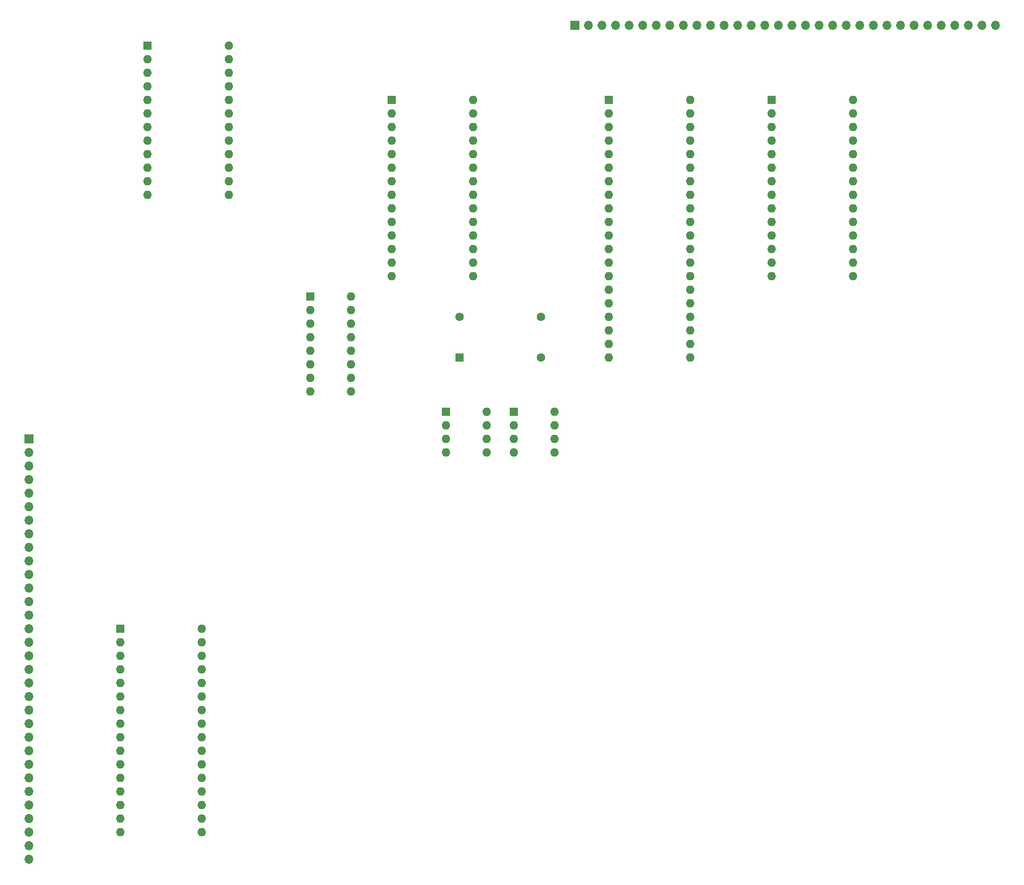
<source format=gbr>
%TF.GenerationSoftware,KiCad,Pcbnew,(6.0.2)*%
%TF.CreationDate,2022-02-20T21:17:02+01:00*%
%TF.ProjectId,z80,7a38302e-6b69-4636-9164-5f7063625858,rev?*%
%TF.SameCoordinates,Original*%
%TF.FileFunction,Soldermask,Bot*%
%TF.FilePolarity,Negative*%
%FSLAX46Y46*%
G04 Gerber Fmt 4.6, Leading zero omitted, Abs format (unit mm)*
G04 Created by KiCad (PCBNEW (6.0.2)) date 2022-02-20 21:17:02*
%MOMM*%
%LPD*%
G01*
G04 APERTURE LIST*
%ADD10R,1.600000X1.600000*%
%ADD11O,1.600000X1.600000*%
%ADD12R,1.700000X1.700000*%
%ADD13O,1.700000X1.700000*%
%ADD14C,1.600000*%
G04 APERTURE END LIST*
D10*
%TO.C,A1*%
X45715000Y-41905000D03*
D11*
X45715000Y-44445000D03*
X45715000Y-46985000D03*
X45715000Y-49525000D03*
X45715000Y-52065000D03*
X45715000Y-54605000D03*
X45715000Y-57145000D03*
X45715000Y-59685000D03*
X45715000Y-62225000D03*
X45715000Y-64765000D03*
X45715000Y-67305000D03*
X45715000Y-69845000D03*
X60955000Y-69845000D03*
X60955000Y-67305000D03*
X60955000Y-64765000D03*
X60955000Y-62225000D03*
X60955000Y-59685000D03*
X60955000Y-57145000D03*
X60955000Y-54605000D03*
X60955000Y-52065000D03*
X60955000Y-49525000D03*
X60955000Y-46985000D03*
X60955000Y-44445000D03*
X60955000Y-41905000D03*
%TD*%
D10*
%TO.C,SW1*%
X76200000Y-88900000D03*
D11*
X76200000Y-91440000D03*
X76200000Y-93980000D03*
X76200000Y-96520000D03*
X76200000Y-99060000D03*
X76200000Y-101600000D03*
X76200000Y-104140000D03*
X76200000Y-106680000D03*
X83820000Y-106680000D03*
X83820000Y-104140000D03*
X83820000Y-101600000D03*
X83820000Y-99060000D03*
X83820000Y-96520000D03*
X83820000Y-93980000D03*
X83820000Y-91440000D03*
X83820000Y-88900000D03*
%TD*%
D10*
%TO.C,CLK1*%
X101600000Y-110500000D03*
D11*
X101600000Y-113040000D03*
X101600000Y-115580000D03*
X101600000Y-118120000D03*
X109220000Y-118120000D03*
X109220000Y-115580000D03*
X109220000Y-113040000D03*
X109220000Y-110500000D03*
%TD*%
D10*
%TO.C,CPU1*%
X132075000Y-52075000D03*
D11*
X132075000Y-54615000D03*
X132075000Y-57155000D03*
X132075000Y-59695000D03*
X132075000Y-62235000D03*
X132075000Y-64775000D03*
X132075000Y-67315000D03*
X132075000Y-69855000D03*
X132075000Y-72395000D03*
X132075000Y-74935000D03*
X132075000Y-77475000D03*
X132075000Y-80015000D03*
X132075000Y-82555000D03*
X132075000Y-85095000D03*
X132075000Y-87635000D03*
X132075000Y-90175000D03*
X132075000Y-92715000D03*
X132075000Y-95255000D03*
X132075000Y-97795000D03*
X132075000Y-100335000D03*
X147315000Y-100335000D03*
X147315000Y-97795000D03*
X147315000Y-95255000D03*
X147315000Y-92715000D03*
X147315000Y-90175000D03*
X147315000Y-87635000D03*
X147315000Y-85095000D03*
X147315000Y-82555000D03*
X147315000Y-80015000D03*
X147315000Y-77475000D03*
X147315000Y-74935000D03*
X147315000Y-72395000D03*
X147315000Y-69855000D03*
X147315000Y-67315000D03*
X147315000Y-64775000D03*
X147315000Y-62235000D03*
X147315000Y-59695000D03*
X147315000Y-57155000D03*
X147315000Y-54615000D03*
X147315000Y-52075000D03*
%TD*%
D10*
%TO.C,CLK2*%
X114300000Y-110500000D03*
D11*
X114300000Y-113040000D03*
X114300000Y-115580000D03*
X114300000Y-118120000D03*
X121920000Y-118120000D03*
X121920000Y-115580000D03*
X121920000Y-113040000D03*
X121920000Y-110500000D03*
%TD*%
D10*
%TO.C,RAM1*%
X162555000Y-52055000D03*
D11*
X162555000Y-54595000D03*
X162555000Y-57135000D03*
X162555000Y-59675000D03*
X162555000Y-62215000D03*
X162555000Y-64755000D03*
X162555000Y-67295000D03*
X162555000Y-69835000D03*
X162555000Y-72375000D03*
X162555000Y-74915000D03*
X162555000Y-77455000D03*
X162555000Y-79995000D03*
X162555000Y-82535000D03*
X162555000Y-85075000D03*
X177795000Y-85075000D03*
X177795000Y-82535000D03*
X177795000Y-79995000D03*
X177795000Y-77455000D03*
X177795000Y-74915000D03*
X177795000Y-72375000D03*
X177795000Y-69835000D03*
X177795000Y-67295000D03*
X177795000Y-64755000D03*
X177795000Y-62215000D03*
X177795000Y-59675000D03*
X177795000Y-57135000D03*
X177795000Y-54595000D03*
X177795000Y-52055000D03*
%TD*%
D10*
%TO.C,ROM1*%
X91435000Y-52055000D03*
D11*
X91435000Y-54595000D03*
X91435000Y-57135000D03*
X91435000Y-59675000D03*
X91435000Y-62215000D03*
X91435000Y-64755000D03*
X91435000Y-67295000D03*
X91435000Y-69835000D03*
X91435000Y-72375000D03*
X91435000Y-74915000D03*
X91435000Y-77455000D03*
X91435000Y-79995000D03*
X91435000Y-82535000D03*
X91435000Y-85075000D03*
X106675000Y-85075000D03*
X106675000Y-82535000D03*
X106675000Y-79995000D03*
X106675000Y-77455000D03*
X106675000Y-74915000D03*
X106675000Y-72375000D03*
X106675000Y-69835000D03*
X106675000Y-67295000D03*
X106675000Y-64755000D03*
X106675000Y-62215000D03*
X106675000Y-59675000D03*
X106675000Y-57135000D03*
X106675000Y-54595000D03*
X106675000Y-52055000D03*
%TD*%
D12*
%TO.C,J1*%
X125725000Y-38075000D03*
D13*
X128265000Y-38075000D03*
X130805000Y-38075000D03*
X133345000Y-38075000D03*
X135885000Y-38075000D03*
X138425000Y-38075000D03*
X140965000Y-38075000D03*
X143505000Y-38075000D03*
X146045000Y-38075000D03*
X148585000Y-38075000D03*
X151125000Y-38075000D03*
X153665000Y-38075000D03*
X156205000Y-38075000D03*
X158745000Y-38075000D03*
X161285000Y-38075000D03*
X163825000Y-38075000D03*
X166365000Y-38075000D03*
X168905000Y-38075000D03*
X171445000Y-38075000D03*
X173985000Y-38075000D03*
X176525000Y-38075000D03*
X179065000Y-38075000D03*
X181605000Y-38075000D03*
X184145000Y-38075000D03*
X186685000Y-38075000D03*
X189225000Y-38075000D03*
X191765000Y-38075000D03*
X194305000Y-38075000D03*
X196845000Y-38075000D03*
X199385000Y-38075000D03*
X201925000Y-38075000D03*
X204465000Y-38075000D03*
%TD*%
D10*
%TO.C,X8.000Mhz1*%
X104140000Y-100330000D03*
D14*
X119380000Y-100330000D03*
X119380000Y-92710000D03*
X104140000Y-92710000D03*
%TD*%
D12*
%TO.C,J2*%
X23565000Y-115565000D03*
D13*
X23565000Y-118105000D03*
X23565000Y-120645000D03*
X23565000Y-123185000D03*
X23565000Y-125725000D03*
X23565000Y-128265000D03*
X23565000Y-130805000D03*
X23565000Y-133345000D03*
X23565000Y-135885000D03*
X23565000Y-138425000D03*
X23565000Y-140965000D03*
X23565000Y-143505000D03*
X23565000Y-146045000D03*
X23565000Y-148585000D03*
X23565000Y-151125000D03*
X23565000Y-153665000D03*
X23565000Y-156205000D03*
X23565000Y-158745000D03*
X23565000Y-161285000D03*
X23565000Y-163825000D03*
X23565000Y-166365000D03*
X23565000Y-168905000D03*
X23565000Y-171445000D03*
X23565000Y-173985000D03*
X23565000Y-176525000D03*
X23565000Y-179065000D03*
X23565000Y-181605000D03*
X23565000Y-184145000D03*
X23565000Y-186685000D03*
X23565000Y-189225000D03*
X23565000Y-191765000D03*
X23565000Y-194305000D03*
%TD*%
D10*
%TO.C,U21*%
X40635000Y-151130000D03*
D11*
X40635000Y-153670000D03*
X40635000Y-156210000D03*
X40635000Y-158750000D03*
X40635000Y-161290000D03*
X40635000Y-163830000D03*
X40635000Y-166370000D03*
X40635000Y-168910000D03*
X40635000Y-171450000D03*
X40635000Y-173990000D03*
X40635000Y-176530000D03*
X40635000Y-179070000D03*
X40635000Y-181610000D03*
X40635000Y-184150000D03*
X40635000Y-186690000D03*
X40635000Y-189230000D03*
X55875000Y-189230000D03*
X55875000Y-186690000D03*
X55875000Y-184150000D03*
X55875000Y-181610000D03*
X55875000Y-179070000D03*
X55875000Y-176530000D03*
X55875000Y-173990000D03*
X55875000Y-171450000D03*
X55875000Y-168910000D03*
X55875000Y-166370000D03*
X55875000Y-163830000D03*
X55875000Y-161290000D03*
X55875000Y-158750000D03*
X55875000Y-156210000D03*
X55875000Y-153670000D03*
X55875000Y-151130000D03*
%TD*%
M02*

</source>
